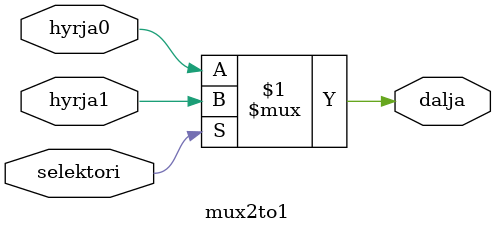
<source format=v>
`timescale 1ns / 1ps


module mux2to1(
    input hyrja0,
    input hyrja1,
    input selektori,
    output dalja
    );
    
    assign dalja = selektori ? hyrja1 : hyrja0;
endmodule


</source>
